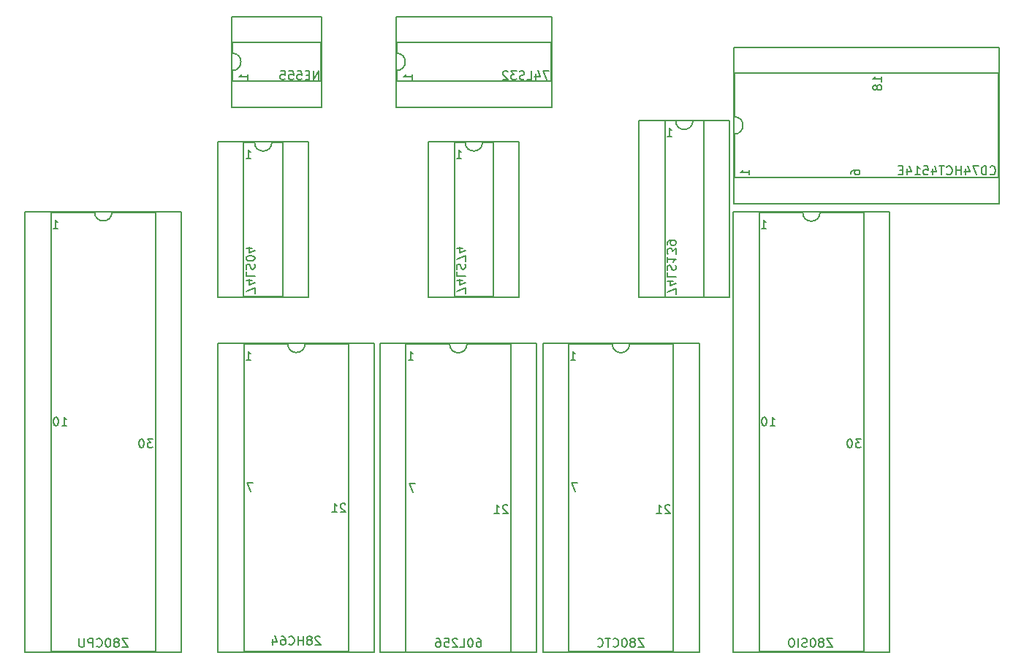
<source format=gbr>
%TF.GenerationSoftware,KiCad,Pcbnew,7.0.8*%
%TF.CreationDate,2023-10-15T11:42:58-04:00*%
%TF.ProjectId,jml-8-mini,6a6d6c2d-382d-46d6-996e-692e6b696361,rev?*%
%TF.SameCoordinates,Original*%
%TF.FileFunction,Legend,Bot*%
%TF.FilePolarity,Positive*%
%FSLAX46Y46*%
G04 Gerber Fmt 4.6, Leading zero omitted, Abs format (unit mm)*
G04 Created by KiCad (PCBNEW 7.0.8) date 2023-10-15 11:42:58*
%MOMM*%
%LPD*%
G01*
G04 APERTURE LIST*
%ADD10C,0.152400*%
G04 APERTURE END LIST*
D10*
X202051735Y-60564358D02*
X202051735Y-59983786D01*
X202051735Y-60274072D02*
X201035735Y-60274072D01*
X201035735Y-60274072D02*
X201180878Y-60177310D01*
X201180878Y-60177310D02*
X201277640Y-60080548D01*
X201277640Y-60080548D02*
X201326021Y-59983786D01*
X201471164Y-61144929D02*
X201422783Y-61048167D01*
X201422783Y-61048167D02*
X201374402Y-60999786D01*
X201374402Y-60999786D02*
X201277640Y-60951405D01*
X201277640Y-60951405D02*
X201229259Y-60951405D01*
X201229259Y-60951405D02*
X201132497Y-60999786D01*
X201132497Y-60999786D02*
X201084116Y-61048167D01*
X201084116Y-61048167D02*
X201035735Y-61144929D01*
X201035735Y-61144929D02*
X201035735Y-61338453D01*
X201035735Y-61338453D02*
X201084116Y-61435215D01*
X201084116Y-61435215D02*
X201132497Y-61483596D01*
X201132497Y-61483596D02*
X201229259Y-61531977D01*
X201229259Y-61531977D02*
X201277640Y-61531977D01*
X201277640Y-61531977D02*
X201374402Y-61483596D01*
X201374402Y-61483596D02*
X201422783Y-61435215D01*
X201422783Y-61435215D02*
X201471164Y-61338453D01*
X201471164Y-61338453D02*
X201471164Y-61144929D01*
X201471164Y-61144929D02*
X201519545Y-61048167D01*
X201519545Y-61048167D02*
X201567926Y-60999786D01*
X201567926Y-60999786D02*
X201664688Y-60951405D01*
X201664688Y-60951405D02*
X201858212Y-60951405D01*
X201858212Y-60951405D02*
X201954974Y-60999786D01*
X201954974Y-60999786D02*
X202003355Y-61048167D01*
X202003355Y-61048167D02*
X202051735Y-61144929D01*
X202051735Y-61144929D02*
X202051735Y-61338453D01*
X202051735Y-61338453D02*
X202003355Y-61435215D01*
X202003355Y-61435215D02*
X201954974Y-61483596D01*
X201954974Y-61483596D02*
X201858212Y-61531977D01*
X201858212Y-61531977D02*
X201664688Y-61531977D01*
X201664688Y-61531977D02*
X201567926Y-61483596D01*
X201567926Y-61483596D02*
X201519545Y-61435215D01*
X201519545Y-61435215D02*
X201471164Y-61338453D01*
X153802264Y-85098594D02*
X153802264Y-84421260D01*
X153802264Y-84421260D02*
X152786264Y-84856689D01*
X153463597Y-83598784D02*
X152786264Y-83598784D01*
X153850645Y-83840689D02*
X153124930Y-84082594D01*
X153124930Y-84082594D02*
X153124930Y-83453641D01*
X152786264Y-82582784D02*
X152786264Y-83066594D01*
X152786264Y-83066594D02*
X153802264Y-83066594D01*
X152834645Y-82292499D02*
X152786264Y-82147356D01*
X152786264Y-82147356D02*
X152786264Y-81905451D01*
X152786264Y-81905451D02*
X152834645Y-81808689D01*
X152834645Y-81808689D02*
X152883025Y-81760308D01*
X152883025Y-81760308D02*
X152979787Y-81711927D01*
X152979787Y-81711927D02*
X153076549Y-81711927D01*
X153076549Y-81711927D02*
X153173311Y-81760308D01*
X153173311Y-81760308D02*
X153221692Y-81808689D01*
X153221692Y-81808689D02*
X153270073Y-81905451D01*
X153270073Y-81905451D02*
X153318454Y-82098975D01*
X153318454Y-82098975D02*
X153366835Y-82195737D01*
X153366835Y-82195737D02*
X153415216Y-82244118D01*
X153415216Y-82244118D02*
X153511978Y-82292499D01*
X153511978Y-82292499D02*
X153608740Y-82292499D01*
X153608740Y-82292499D02*
X153705502Y-82244118D01*
X153705502Y-82244118D02*
X153753883Y-82195737D01*
X153753883Y-82195737D02*
X153802264Y-82098975D01*
X153802264Y-82098975D02*
X153802264Y-81857070D01*
X153802264Y-81857070D02*
X153753883Y-81711927D01*
X153802264Y-81373261D02*
X153802264Y-80695927D01*
X153802264Y-80695927D02*
X152786264Y-81131356D01*
X153463597Y-79873451D02*
X152786264Y-79873451D01*
X153850645Y-80115356D02*
X153124930Y-80357261D01*
X153124930Y-80357261D02*
X153124930Y-79728308D01*
X136993213Y-124932497D02*
X136944832Y-124884116D01*
X136944832Y-124884116D02*
X136848070Y-124835735D01*
X136848070Y-124835735D02*
X136606165Y-124835735D01*
X136606165Y-124835735D02*
X136509403Y-124884116D01*
X136509403Y-124884116D02*
X136461022Y-124932497D01*
X136461022Y-124932497D02*
X136412641Y-125029259D01*
X136412641Y-125029259D02*
X136412641Y-125126021D01*
X136412641Y-125126021D02*
X136461022Y-125271164D01*
X136461022Y-125271164D02*
X137041594Y-125851735D01*
X137041594Y-125851735D02*
X136412641Y-125851735D01*
X135832070Y-125271164D02*
X135928832Y-125222783D01*
X135928832Y-125222783D02*
X135977213Y-125174402D01*
X135977213Y-125174402D02*
X136025594Y-125077640D01*
X136025594Y-125077640D02*
X136025594Y-125029259D01*
X136025594Y-125029259D02*
X135977213Y-124932497D01*
X135977213Y-124932497D02*
X135928832Y-124884116D01*
X135928832Y-124884116D02*
X135832070Y-124835735D01*
X135832070Y-124835735D02*
X135638546Y-124835735D01*
X135638546Y-124835735D02*
X135541784Y-124884116D01*
X135541784Y-124884116D02*
X135493403Y-124932497D01*
X135493403Y-124932497D02*
X135445022Y-125029259D01*
X135445022Y-125029259D02*
X135445022Y-125077640D01*
X135445022Y-125077640D02*
X135493403Y-125174402D01*
X135493403Y-125174402D02*
X135541784Y-125222783D01*
X135541784Y-125222783D02*
X135638546Y-125271164D01*
X135638546Y-125271164D02*
X135832070Y-125271164D01*
X135832070Y-125271164D02*
X135928832Y-125319545D01*
X135928832Y-125319545D02*
X135977213Y-125367926D01*
X135977213Y-125367926D02*
X136025594Y-125464688D01*
X136025594Y-125464688D02*
X136025594Y-125658212D01*
X136025594Y-125658212D02*
X135977213Y-125754974D01*
X135977213Y-125754974D02*
X135928832Y-125803355D01*
X135928832Y-125803355D02*
X135832070Y-125851735D01*
X135832070Y-125851735D02*
X135638546Y-125851735D01*
X135638546Y-125851735D02*
X135541784Y-125803355D01*
X135541784Y-125803355D02*
X135493403Y-125754974D01*
X135493403Y-125754974D02*
X135445022Y-125658212D01*
X135445022Y-125658212D02*
X135445022Y-125464688D01*
X135445022Y-125464688D02*
X135493403Y-125367926D01*
X135493403Y-125367926D02*
X135541784Y-125319545D01*
X135541784Y-125319545D02*
X135638546Y-125271164D01*
X135009594Y-125851735D02*
X135009594Y-124835735D01*
X135009594Y-125319545D02*
X134429022Y-125319545D01*
X134429022Y-125851735D02*
X134429022Y-124835735D01*
X133364641Y-125754974D02*
X133413022Y-125803355D01*
X133413022Y-125803355D02*
X133558165Y-125851735D01*
X133558165Y-125851735D02*
X133654927Y-125851735D01*
X133654927Y-125851735D02*
X133800070Y-125803355D01*
X133800070Y-125803355D02*
X133896832Y-125706593D01*
X133896832Y-125706593D02*
X133945213Y-125609831D01*
X133945213Y-125609831D02*
X133993594Y-125416307D01*
X133993594Y-125416307D02*
X133993594Y-125271164D01*
X133993594Y-125271164D02*
X133945213Y-125077640D01*
X133945213Y-125077640D02*
X133896832Y-124980878D01*
X133896832Y-124980878D02*
X133800070Y-124884116D01*
X133800070Y-124884116D02*
X133654927Y-124835735D01*
X133654927Y-124835735D02*
X133558165Y-124835735D01*
X133558165Y-124835735D02*
X133413022Y-124884116D01*
X133413022Y-124884116D02*
X133364641Y-124932497D01*
X132493784Y-124835735D02*
X132687308Y-124835735D01*
X132687308Y-124835735D02*
X132784070Y-124884116D01*
X132784070Y-124884116D02*
X132832451Y-124932497D01*
X132832451Y-124932497D02*
X132929213Y-125077640D01*
X132929213Y-125077640D02*
X132977594Y-125271164D01*
X132977594Y-125271164D02*
X132977594Y-125658212D01*
X132977594Y-125658212D02*
X132929213Y-125754974D01*
X132929213Y-125754974D02*
X132880832Y-125803355D01*
X132880832Y-125803355D02*
X132784070Y-125851735D01*
X132784070Y-125851735D02*
X132590546Y-125851735D01*
X132590546Y-125851735D02*
X132493784Y-125803355D01*
X132493784Y-125803355D02*
X132445403Y-125754974D01*
X132445403Y-125754974D02*
X132397022Y-125658212D01*
X132397022Y-125658212D02*
X132397022Y-125416307D01*
X132397022Y-125416307D02*
X132445403Y-125319545D01*
X132445403Y-125319545D02*
X132493784Y-125271164D01*
X132493784Y-125271164D02*
X132590546Y-125222783D01*
X132590546Y-125222783D02*
X132784070Y-125222783D01*
X132784070Y-125222783D02*
X132880832Y-125271164D01*
X132880832Y-125271164D02*
X132929213Y-125319545D01*
X132929213Y-125319545D02*
X132977594Y-125416307D01*
X131526165Y-125174402D02*
X131526165Y-125851735D01*
X131768070Y-124787355D02*
X132009975Y-125513069D01*
X132009975Y-125513069D02*
X131381022Y-125513069D01*
X178186264Y-85225594D02*
X178186264Y-84548260D01*
X178186264Y-84548260D02*
X177170264Y-84983689D01*
X177847597Y-83725784D02*
X177170264Y-83725784D01*
X178234645Y-83967689D02*
X177508930Y-84209594D01*
X177508930Y-84209594D02*
X177508930Y-83580641D01*
X177170264Y-82709784D02*
X177170264Y-83193594D01*
X177170264Y-83193594D02*
X178186264Y-83193594D01*
X177218645Y-82419499D02*
X177170264Y-82274356D01*
X177170264Y-82274356D02*
X177170264Y-82032451D01*
X177170264Y-82032451D02*
X177218645Y-81935689D01*
X177218645Y-81935689D02*
X177267025Y-81887308D01*
X177267025Y-81887308D02*
X177363787Y-81838927D01*
X177363787Y-81838927D02*
X177460549Y-81838927D01*
X177460549Y-81838927D02*
X177557311Y-81887308D01*
X177557311Y-81887308D02*
X177605692Y-81935689D01*
X177605692Y-81935689D02*
X177654073Y-82032451D01*
X177654073Y-82032451D02*
X177702454Y-82225975D01*
X177702454Y-82225975D02*
X177750835Y-82322737D01*
X177750835Y-82322737D02*
X177799216Y-82371118D01*
X177799216Y-82371118D02*
X177895978Y-82419499D01*
X177895978Y-82419499D02*
X177992740Y-82419499D01*
X177992740Y-82419499D02*
X178089502Y-82371118D01*
X178089502Y-82371118D02*
X178137883Y-82322737D01*
X178137883Y-82322737D02*
X178186264Y-82225975D01*
X178186264Y-82225975D02*
X178186264Y-81984070D01*
X178186264Y-81984070D02*
X178137883Y-81838927D01*
X177170264Y-80871308D02*
X177170264Y-81451880D01*
X177170264Y-81161594D02*
X178186264Y-81161594D01*
X178186264Y-81161594D02*
X178041121Y-81258356D01*
X178041121Y-81258356D02*
X177944359Y-81355118D01*
X177944359Y-81355118D02*
X177895978Y-81451880D01*
X178186264Y-80532642D02*
X178186264Y-79903689D01*
X178186264Y-79903689D02*
X177799216Y-80242356D01*
X177799216Y-80242356D02*
X177799216Y-80097213D01*
X177799216Y-80097213D02*
X177750835Y-80000451D01*
X177750835Y-80000451D02*
X177702454Y-79952070D01*
X177702454Y-79952070D02*
X177605692Y-79903689D01*
X177605692Y-79903689D02*
X177363787Y-79903689D01*
X177363787Y-79903689D02*
X177267025Y-79952070D01*
X177267025Y-79952070D02*
X177218645Y-80000451D01*
X177218645Y-80000451D02*
X177170264Y-80097213D01*
X177170264Y-80097213D02*
X177170264Y-80387499D01*
X177170264Y-80387499D02*
X177218645Y-80484261D01*
X177218645Y-80484261D02*
X177267025Y-80532642D01*
X177170264Y-79419880D02*
X177170264Y-79226356D01*
X177170264Y-79226356D02*
X177218645Y-79129594D01*
X177218645Y-79129594D02*
X177267025Y-79081213D01*
X177267025Y-79081213D02*
X177412168Y-78984451D01*
X177412168Y-78984451D02*
X177605692Y-78936070D01*
X177605692Y-78936070D02*
X177992740Y-78936070D01*
X177992740Y-78936070D02*
X178089502Y-78984451D01*
X178089502Y-78984451D02*
X178137883Y-79032832D01*
X178137883Y-79032832D02*
X178186264Y-79129594D01*
X178186264Y-79129594D02*
X178186264Y-79323118D01*
X178186264Y-79323118D02*
X178137883Y-79419880D01*
X178137883Y-79419880D02*
X178089502Y-79468261D01*
X178089502Y-79468261D02*
X177992740Y-79516642D01*
X177992740Y-79516642D02*
X177750835Y-79516642D01*
X177750835Y-79516642D02*
X177654073Y-79468261D01*
X177654073Y-79468261D02*
X177605692Y-79419880D01*
X177605692Y-79419880D02*
X177557311Y-79323118D01*
X177557311Y-79323118D02*
X177557311Y-79129594D01*
X177557311Y-79129594D02*
X177605692Y-79032832D01*
X177605692Y-79032832D02*
X177654073Y-78984451D01*
X177654073Y-78984451D02*
X177750835Y-78936070D01*
X214596260Y-71271974D02*
X214644641Y-71320355D01*
X214644641Y-71320355D02*
X214789784Y-71368735D01*
X214789784Y-71368735D02*
X214886546Y-71368735D01*
X214886546Y-71368735D02*
X215031689Y-71320355D01*
X215031689Y-71320355D02*
X215128451Y-71223593D01*
X215128451Y-71223593D02*
X215176832Y-71126831D01*
X215176832Y-71126831D02*
X215225213Y-70933307D01*
X215225213Y-70933307D02*
X215225213Y-70788164D01*
X215225213Y-70788164D02*
X215176832Y-70594640D01*
X215176832Y-70594640D02*
X215128451Y-70497878D01*
X215128451Y-70497878D02*
X215031689Y-70401116D01*
X215031689Y-70401116D02*
X214886546Y-70352735D01*
X214886546Y-70352735D02*
X214789784Y-70352735D01*
X214789784Y-70352735D02*
X214644641Y-70401116D01*
X214644641Y-70401116D02*
X214596260Y-70449497D01*
X214160832Y-71368735D02*
X214160832Y-70352735D01*
X214160832Y-70352735D02*
X213918927Y-70352735D01*
X213918927Y-70352735D02*
X213773784Y-70401116D01*
X213773784Y-70401116D02*
X213677022Y-70497878D01*
X213677022Y-70497878D02*
X213628641Y-70594640D01*
X213628641Y-70594640D02*
X213580260Y-70788164D01*
X213580260Y-70788164D02*
X213580260Y-70933307D01*
X213580260Y-70933307D02*
X213628641Y-71126831D01*
X213628641Y-71126831D02*
X213677022Y-71223593D01*
X213677022Y-71223593D02*
X213773784Y-71320355D01*
X213773784Y-71320355D02*
X213918927Y-71368735D01*
X213918927Y-71368735D02*
X214160832Y-71368735D01*
X213241594Y-70352735D02*
X212564260Y-70352735D01*
X212564260Y-70352735D02*
X212999689Y-71368735D01*
X211741784Y-70691402D02*
X211741784Y-71368735D01*
X211983689Y-70304355D02*
X212225594Y-71030069D01*
X212225594Y-71030069D02*
X211596641Y-71030069D01*
X211209594Y-71368735D02*
X211209594Y-70352735D01*
X211209594Y-70836545D02*
X210629022Y-70836545D01*
X210629022Y-71368735D02*
X210629022Y-70352735D01*
X209564641Y-71271974D02*
X209613022Y-71320355D01*
X209613022Y-71320355D02*
X209758165Y-71368735D01*
X209758165Y-71368735D02*
X209854927Y-71368735D01*
X209854927Y-71368735D02*
X210000070Y-71320355D01*
X210000070Y-71320355D02*
X210096832Y-71223593D01*
X210096832Y-71223593D02*
X210145213Y-71126831D01*
X210145213Y-71126831D02*
X210193594Y-70933307D01*
X210193594Y-70933307D02*
X210193594Y-70788164D01*
X210193594Y-70788164D02*
X210145213Y-70594640D01*
X210145213Y-70594640D02*
X210096832Y-70497878D01*
X210096832Y-70497878D02*
X210000070Y-70401116D01*
X210000070Y-70401116D02*
X209854927Y-70352735D01*
X209854927Y-70352735D02*
X209758165Y-70352735D01*
X209758165Y-70352735D02*
X209613022Y-70401116D01*
X209613022Y-70401116D02*
X209564641Y-70449497D01*
X209274356Y-70352735D02*
X208693784Y-70352735D01*
X208984070Y-71368735D02*
X208984070Y-70352735D01*
X207919689Y-70691402D02*
X207919689Y-71368735D01*
X208161594Y-70304355D02*
X208403499Y-71030069D01*
X208403499Y-71030069D02*
X207774546Y-71030069D01*
X206903689Y-70352735D02*
X207387499Y-70352735D01*
X207387499Y-70352735D02*
X207435880Y-70836545D01*
X207435880Y-70836545D02*
X207387499Y-70788164D01*
X207387499Y-70788164D02*
X207290737Y-70739783D01*
X207290737Y-70739783D02*
X207048832Y-70739783D01*
X207048832Y-70739783D02*
X206952070Y-70788164D01*
X206952070Y-70788164D02*
X206903689Y-70836545D01*
X206903689Y-70836545D02*
X206855308Y-70933307D01*
X206855308Y-70933307D02*
X206855308Y-71175212D01*
X206855308Y-71175212D02*
X206903689Y-71271974D01*
X206903689Y-71271974D02*
X206952070Y-71320355D01*
X206952070Y-71320355D02*
X207048832Y-71368735D01*
X207048832Y-71368735D02*
X207290737Y-71368735D01*
X207290737Y-71368735D02*
X207387499Y-71320355D01*
X207387499Y-71320355D02*
X207435880Y-71271974D01*
X205887689Y-71368735D02*
X206468261Y-71368735D01*
X206177975Y-71368735D02*
X206177975Y-70352735D01*
X206177975Y-70352735D02*
X206274737Y-70497878D01*
X206274737Y-70497878D02*
X206371499Y-70594640D01*
X206371499Y-70594640D02*
X206468261Y-70643021D01*
X205016832Y-70691402D02*
X205016832Y-71368735D01*
X205258737Y-70304355D02*
X205500642Y-71030069D01*
X205500642Y-71030069D02*
X204871689Y-71030069D01*
X204484642Y-70836545D02*
X204145975Y-70836545D01*
X204000832Y-71368735D02*
X204484642Y-71368735D01*
X204484642Y-71368735D02*
X204484642Y-70352735D01*
X204484642Y-70352735D02*
X204000832Y-70352735D01*
X128645735Y-60310358D02*
X128645735Y-59729786D01*
X128645735Y-60020072D02*
X127629735Y-60020072D01*
X127629735Y-60020072D02*
X127774878Y-59923310D01*
X127774878Y-59923310D02*
X127871640Y-59826548D01*
X127871640Y-59826548D02*
X127920021Y-59729786D01*
X158710213Y-109692497D02*
X158661832Y-109644116D01*
X158661832Y-109644116D02*
X158565070Y-109595735D01*
X158565070Y-109595735D02*
X158323165Y-109595735D01*
X158323165Y-109595735D02*
X158226403Y-109644116D01*
X158226403Y-109644116D02*
X158178022Y-109692497D01*
X158178022Y-109692497D02*
X158129641Y-109789259D01*
X158129641Y-109789259D02*
X158129641Y-109886021D01*
X158129641Y-109886021D02*
X158178022Y-110031164D01*
X158178022Y-110031164D02*
X158758594Y-110611735D01*
X158758594Y-110611735D02*
X158129641Y-110611735D01*
X157162022Y-110611735D02*
X157742594Y-110611735D01*
X157452308Y-110611735D02*
X157452308Y-109595735D01*
X157452308Y-109595735D02*
X157549070Y-109740878D01*
X157549070Y-109740878D02*
X157645832Y-109837640D01*
X157645832Y-109837640D02*
X157742594Y-109886021D01*
X188101641Y-77591735D02*
X188682213Y-77591735D01*
X188391927Y-77591735D02*
X188391927Y-76575735D01*
X188391927Y-76575735D02*
X188488689Y-76720878D01*
X188488689Y-76720878D02*
X188585451Y-76817640D01*
X188585451Y-76817640D02*
X188682213Y-76866021D01*
X177506213Y-109692497D02*
X177457832Y-109644116D01*
X177457832Y-109644116D02*
X177361070Y-109595735D01*
X177361070Y-109595735D02*
X177119165Y-109595735D01*
X177119165Y-109595735D02*
X177022403Y-109644116D01*
X177022403Y-109644116D02*
X176974022Y-109692497D01*
X176974022Y-109692497D02*
X176925641Y-109789259D01*
X176925641Y-109789259D02*
X176925641Y-109886021D01*
X176925641Y-109886021D02*
X176974022Y-110031164D01*
X176974022Y-110031164D02*
X177554594Y-110611735D01*
X177554594Y-110611735D02*
X176925641Y-110611735D01*
X175958022Y-110611735D02*
X176538594Y-110611735D01*
X176248308Y-110611735D02*
X176248308Y-109595735D01*
X176248308Y-109595735D02*
X176345070Y-109740878D01*
X176345070Y-109740878D02*
X176441832Y-109837640D01*
X176441832Y-109837640D02*
X176538594Y-109886021D01*
X147207641Y-92831735D02*
X147788213Y-92831735D01*
X147497927Y-92831735D02*
X147497927Y-91815735D01*
X147497927Y-91815735D02*
X147594689Y-91960878D01*
X147594689Y-91960878D02*
X147691451Y-92057640D01*
X147691451Y-92057640D02*
X147788213Y-92106021D01*
X177179641Y-66923735D02*
X177760213Y-66923735D01*
X177469927Y-66923735D02*
X177469927Y-65907735D01*
X177469927Y-65907735D02*
X177566689Y-66052878D01*
X177566689Y-66052878D02*
X177663451Y-66149640D01*
X177663451Y-66149640D02*
X177760213Y-66198021D01*
X152795641Y-69463735D02*
X153376213Y-69463735D01*
X153085927Y-69463735D02*
X153085927Y-68447735D01*
X153085927Y-68447735D02*
X153182689Y-68592878D01*
X153182689Y-68592878D02*
X153279451Y-68689640D01*
X153279451Y-68689640D02*
X153376213Y-68738021D01*
X117610594Y-101975735D02*
X116981641Y-101975735D01*
X116981641Y-101975735D02*
X117320308Y-102362783D01*
X117320308Y-102362783D02*
X117175165Y-102362783D01*
X117175165Y-102362783D02*
X117078403Y-102411164D01*
X117078403Y-102411164D02*
X117030022Y-102459545D01*
X117030022Y-102459545D02*
X116981641Y-102556307D01*
X116981641Y-102556307D02*
X116981641Y-102798212D01*
X116981641Y-102798212D02*
X117030022Y-102894974D01*
X117030022Y-102894974D02*
X117078403Y-102943355D01*
X117078403Y-102943355D02*
X117175165Y-102991735D01*
X117175165Y-102991735D02*
X117465451Y-102991735D01*
X117465451Y-102991735D02*
X117562213Y-102943355D01*
X117562213Y-102943355D02*
X117610594Y-102894974D01*
X116352689Y-101975735D02*
X116255927Y-101975735D01*
X116255927Y-101975735D02*
X116159165Y-102024116D01*
X116159165Y-102024116D02*
X116110784Y-102072497D01*
X116110784Y-102072497D02*
X116062403Y-102169259D01*
X116062403Y-102169259D02*
X116014022Y-102362783D01*
X116014022Y-102362783D02*
X116014022Y-102604688D01*
X116014022Y-102604688D02*
X116062403Y-102798212D01*
X116062403Y-102798212D02*
X116110784Y-102894974D01*
X116110784Y-102894974D02*
X116159165Y-102943355D01*
X116159165Y-102943355D02*
X116255927Y-102991735D01*
X116255927Y-102991735D02*
X116352689Y-102991735D01*
X116352689Y-102991735D02*
X116449451Y-102943355D01*
X116449451Y-102943355D02*
X116497832Y-102894974D01*
X116497832Y-102894974D02*
X116546213Y-102798212D01*
X116546213Y-102798212D02*
X116594594Y-102604688D01*
X116594594Y-102604688D02*
X116594594Y-102362783D01*
X116594594Y-102362783D02*
X116546213Y-102169259D01*
X116546213Y-102169259D02*
X116497832Y-102072497D01*
X116497832Y-102072497D02*
X116449451Y-102024116D01*
X116449451Y-102024116D02*
X116352689Y-101975735D01*
X147695735Y-60310358D02*
X147695735Y-59729786D01*
X147695735Y-60020072D02*
X146679735Y-60020072D01*
X146679735Y-60020072D02*
X146824878Y-59923310D01*
X146824878Y-59923310D02*
X146921640Y-59826548D01*
X146921640Y-59826548D02*
X146970021Y-59729786D01*
X198495735Y-71262596D02*
X198495735Y-71069072D01*
X198495735Y-71069072D02*
X198544116Y-70972310D01*
X198544116Y-70972310D02*
X198592497Y-70923929D01*
X198592497Y-70923929D02*
X198737640Y-70827167D01*
X198737640Y-70827167D02*
X198931164Y-70778786D01*
X198931164Y-70778786D02*
X199318212Y-70778786D01*
X199318212Y-70778786D02*
X199414974Y-70827167D01*
X199414974Y-70827167D02*
X199463355Y-70875548D01*
X199463355Y-70875548D02*
X199511735Y-70972310D01*
X199511735Y-70972310D02*
X199511735Y-71165834D01*
X199511735Y-71165834D02*
X199463355Y-71262596D01*
X199463355Y-71262596D02*
X199414974Y-71310977D01*
X199414974Y-71310977D02*
X199318212Y-71359358D01*
X199318212Y-71359358D02*
X199076307Y-71359358D01*
X199076307Y-71359358D02*
X198979545Y-71310977D01*
X198979545Y-71310977D02*
X198931164Y-71262596D01*
X198931164Y-71262596D02*
X198882783Y-71165834D01*
X198882783Y-71165834D02*
X198882783Y-70972310D01*
X198882783Y-70972310D02*
X198931164Y-70875548D01*
X198931164Y-70875548D02*
X198979545Y-70827167D01*
X198979545Y-70827167D02*
X199076307Y-70778786D01*
X107075641Y-100451735D02*
X107656213Y-100451735D01*
X107365927Y-100451735D02*
X107365927Y-99435735D01*
X107365927Y-99435735D02*
X107462689Y-99580878D01*
X107462689Y-99580878D02*
X107559451Y-99677640D01*
X107559451Y-99677640D02*
X107656213Y-99726021D01*
X106446689Y-99435735D02*
X106349927Y-99435735D01*
X106349927Y-99435735D02*
X106253165Y-99484116D01*
X106253165Y-99484116D02*
X106204784Y-99532497D01*
X106204784Y-99532497D02*
X106156403Y-99629259D01*
X106156403Y-99629259D02*
X106108022Y-99822783D01*
X106108022Y-99822783D02*
X106108022Y-100064688D01*
X106108022Y-100064688D02*
X106156403Y-100258212D01*
X106156403Y-100258212D02*
X106204784Y-100354974D01*
X106204784Y-100354974D02*
X106253165Y-100403355D01*
X106253165Y-100403355D02*
X106349927Y-100451735D01*
X106349927Y-100451735D02*
X106446689Y-100451735D01*
X106446689Y-100451735D02*
X106543451Y-100403355D01*
X106543451Y-100403355D02*
X106591832Y-100354974D01*
X106591832Y-100354974D02*
X106640213Y-100258212D01*
X106640213Y-100258212D02*
X106688594Y-100064688D01*
X106688594Y-100064688D02*
X106688594Y-99822783D01*
X106688594Y-99822783D02*
X106640213Y-99629259D01*
X106640213Y-99629259D02*
X106591832Y-99532497D01*
X106591832Y-99532497D02*
X106543451Y-99484116D01*
X106543451Y-99484116D02*
X106446689Y-99435735D01*
X128411641Y-92831735D02*
X128992213Y-92831735D01*
X128701927Y-92831735D02*
X128701927Y-91815735D01*
X128701927Y-91815735D02*
X128798689Y-91960878D01*
X128798689Y-91960878D02*
X128895451Y-92057640D01*
X128895451Y-92057640D02*
X128992213Y-92106021D01*
X199652594Y-101975735D02*
X199023641Y-101975735D01*
X199023641Y-101975735D02*
X199362308Y-102362783D01*
X199362308Y-102362783D02*
X199217165Y-102362783D01*
X199217165Y-102362783D02*
X199120403Y-102411164D01*
X199120403Y-102411164D02*
X199072022Y-102459545D01*
X199072022Y-102459545D02*
X199023641Y-102556307D01*
X199023641Y-102556307D02*
X199023641Y-102798212D01*
X199023641Y-102798212D02*
X199072022Y-102894974D01*
X199072022Y-102894974D02*
X199120403Y-102943355D01*
X199120403Y-102943355D02*
X199217165Y-102991735D01*
X199217165Y-102991735D02*
X199507451Y-102991735D01*
X199507451Y-102991735D02*
X199604213Y-102943355D01*
X199604213Y-102943355D02*
X199652594Y-102894974D01*
X198394689Y-101975735D02*
X198297927Y-101975735D01*
X198297927Y-101975735D02*
X198201165Y-102024116D01*
X198201165Y-102024116D02*
X198152784Y-102072497D01*
X198152784Y-102072497D02*
X198104403Y-102169259D01*
X198104403Y-102169259D02*
X198056022Y-102362783D01*
X198056022Y-102362783D02*
X198056022Y-102604688D01*
X198056022Y-102604688D02*
X198104403Y-102798212D01*
X198104403Y-102798212D02*
X198152784Y-102894974D01*
X198152784Y-102894974D02*
X198201165Y-102943355D01*
X198201165Y-102943355D02*
X198297927Y-102991735D01*
X198297927Y-102991735D02*
X198394689Y-102991735D01*
X198394689Y-102991735D02*
X198491451Y-102943355D01*
X198491451Y-102943355D02*
X198539832Y-102894974D01*
X198539832Y-102894974D02*
X198588213Y-102798212D01*
X198588213Y-102798212D02*
X198636594Y-102604688D01*
X198636594Y-102604688D02*
X198636594Y-102362783D01*
X198636594Y-102362783D02*
X198588213Y-102169259D01*
X198588213Y-102169259D02*
X198539832Y-102072497D01*
X198539832Y-102072497D02*
X198491451Y-102024116D01*
X198491451Y-102024116D02*
X198394689Y-101975735D01*
X114689594Y-125089735D02*
X114012260Y-125089735D01*
X114012260Y-125089735D02*
X114689594Y-126105735D01*
X114689594Y-126105735D02*
X114012260Y-126105735D01*
X113480070Y-125525164D02*
X113576832Y-125476783D01*
X113576832Y-125476783D02*
X113625213Y-125428402D01*
X113625213Y-125428402D02*
X113673594Y-125331640D01*
X113673594Y-125331640D02*
X113673594Y-125283259D01*
X113673594Y-125283259D02*
X113625213Y-125186497D01*
X113625213Y-125186497D02*
X113576832Y-125138116D01*
X113576832Y-125138116D02*
X113480070Y-125089735D01*
X113480070Y-125089735D02*
X113286546Y-125089735D01*
X113286546Y-125089735D02*
X113189784Y-125138116D01*
X113189784Y-125138116D02*
X113141403Y-125186497D01*
X113141403Y-125186497D02*
X113093022Y-125283259D01*
X113093022Y-125283259D02*
X113093022Y-125331640D01*
X113093022Y-125331640D02*
X113141403Y-125428402D01*
X113141403Y-125428402D02*
X113189784Y-125476783D01*
X113189784Y-125476783D02*
X113286546Y-125525164D01*
X113286546Y-125525164D02*
X113480070Y-125525164D01*
X113480070Y-125525164D02*
X113576832Y-125573545D01*
X113576832Y-125573545D02*
X113625213Y-125621926D01*
X113625213Y-125621926D02*
X113673594Y-125718688D01*
X113673594Y-125718688D02*
X113673594Y-125912212D01*
X113673594Y-125912212D02*
X113625213Y-126008974D01*
X113625213Y-126008974D02*
X113576832Y-126057355D01*
X113576832Y-126057355D02*
X113480070Y-126105735D01*
X113480070Y-126105735D02*
X113286546Y-126105735D01*
X113286546Y-126105735D02*
X113189784Y-126057355D01*
X113189784Y-126057355D02*
X113141403Y-126008974D01*
X113141403Y-126008974D02*
X113093022Y-125912212D01*
X113093022Y-125912212D02*
X113093022Y-125718688D01*
X113093022Y-125718688D02*
X113141403Y-125621926D01*
X113141403Y-125621926D02*
X113189784Y-125573545D01*
X113189784Y-125573545D02*
X113286546Y-125525164D01*
X112464070Y-125089735D02*
X112367308Y-125089735D01*
X112367308Y-125089735D02*
X112270546Y-125138116D01*
X112270546Y-125138116D02*
X112222165Y-125186497D01*
X112222165Y-125186497D02*
X112173784Y-125283259D01*
X112173784Y-125283259D02*
X112125403Y-125476783D01*
X112125403Y-125476783D02*
X112125403Y-125718688D01*
X112125403Y-125718688D02*
X112173784Y-125912212D01*
X112173784Y-125912212D02*
X112222165Y-126008974D01*
X112222165Y-126008974D02*
X112270546Y-126057355D01*
X112270546Y-126057355D02*
X112367308Y-126105735D01*
X112367308Y-126105735D02*
X112464070Y-126105735D01*
X112464070Y-126105735D02*
X112560832Y-126057355D01*
X112560832Y-126057355D02*
X112609213Y-126008974D01*
X112609213Y-126008974D02*
X112657594Y-125912212D01*
X112657594Y-125912212D02*
X112705975Y-125718688D01*
X112705975Y-125718688D02*
X112705975Y-125476783D01*
X112705975Y-125476783D02*
X112657594Y-125283259D01*
X112657594Y-125283259D02*
X112609213Y-125186497D01*
X112609213Y-125186497D02*
X112560832Y-125138116D01*
X112560832Y-125138116D02*
X112464070Y-125089735D01*
X111109403Y-126008974D02*
X111157784Y-126057355D01*
X111157784Y-126057355D02*
X111302927Y-126105735D01*
X111302927Y-126105735D02*
X111399689Y-126105735D01*
X111399689Y-126105735D02*
X111544832Y-126057355D01*
X111544832Y-126057355D02*
X111641594Y-125960593D01*
X111641594Y-125960593D02*
X111689975Y-125863831D01*
X111689975Y-125863831D02*
X111738356Y-125670307D01*
X111738356Y-125670307D02*
X111738356Y-125525164D01*
X111738356Y-125525164D02*
X111689975Y-125331640D01*
X111689975Y-125331640D02*
X111641594Y-125234878D01*
X111641594Y-125234878D02*
X111544832Y-125138116D01*
X111544832Y-125138116D02*
X111399689Y-125089735D01*
X111399689Y-125089735D02*
X111302927Y-125089735D01*
X111302927Y-125089735D02*
X111157784Y-125138116D01*
X111157784Y-125138116D02*
X111109403Y-125186497D01*
X110673975Y-126105735D02*
X110673975Y-125089735D01*
X110673975Y-125089735D02*
X110286927Y-125089735D01*
X110286927Y-125089735D02*
X110190165Y-125138116D01*
X110190165Y-125138116D02*
X110141784Y-125186497D01*
X110141784Y-125186497D02*
X110093403Y-125283259D01*
X110093403Y-125283259D02*
X110093403Y-125428402D01*
X110093403Y-125428402D02*
X110141784Y-125525164D01*
X110141784Y-125525164D02*
X110190165Y-125573545D01*
X110190165Y-125573545D02*
X110286927Y-125621926D01*
X110286927Y-125621926D02*
X110673975Y-125621926D01*
X109657975Y-125089735D02*
X109657975Y-125912212D01*
X109657975Y-125912212D02*
X109609594Y-126008974D01*
X109609594Y-126008974D02*
X109561213Y-126057355D01*
X109561213Y-126057355D02*
X109464451Y-126105735D01*
X109464451Y-126105735D02*
X109270927Y-126105735D01*
X109270927Y-126105735D02*
X109174165Y-126057355D01*
X109174165Y-126057355D02*
X109125784Y-126008974D01*
X109125784Y-126008974D02*
X109077403Y-125912212D01*
X109077403Y-125912212D02*
X109077403Y-125089735D01*
X196350594Y-125089735D02*
X195673260Y-125089735D01*
X195673260Y-125089735D02*
X196350594Y-126105735D01*
X196350594Y-126105735D02*
X195673260Y-126105735D01*
X195141070Y-125525164D02*
X195237832Y-125476783D01*
X195237832Y-125476783D02*
X195286213Y-125428402D01*
X195286213Y-125428402D02*
X195334594Y-125331640D01*
X195334594Y-125331640D02*
X195334594Y-125283259D01*
X195334594Y-125283259D02*
X195286213Y-125186497D01*
X195286213Y-125186497D02*
X195237832Y-125138116D01*
X195237832Y-125138116D02*
X195141070Y-125089735D01*
X195141070Y-125089735D02*
X194947546Y-125089735D01*
X194947546Y-125089735D02*
X194850784Y-125138116D01*
X194850784Y-125138116D02*
X194802403Y-125186497D01*
X194802403Y-125186497D02*
X194754022Y-125283259D01*
X194754022Y-125283259D02*
X194754022Y-125331640D01*
X194754022Y-125331640D02*
X194802403Y-125428402D01*
X194802403Y-125428402D02*
X194850784Y-125476783D01*
X194850784Y-125476783D02*
X194947546Y-125525164D01*
X194947546Y-125525164D02*
X195141070Y-125525164D01*
X195141070Y-125525164D02*
X195237832Y-125573545D01*
X195237832Y-125573545D02*
X195286213Y-125621926D01*
X195286213Y-125621926D02*
X195334594Y-125718688D01*
X195334594Y-125718688D02*
X195334594Y-125912212D01*
X195334594Y-125912212D02*
X195286213Y-126008974D01*
X195286213Y-126008974D02*
X195237832Y-126057355D01*
X195237832Y-126057355D02*
X195141070Y-126105735D01*
X195141070Y-126105735D02*
X194947546Y-126105735D01*
X194947546Y-126105735D02*
X194850784Y-126057355D01*
X194850784Y-126057355D02*
X194802403Y-126008974D01*
X194802403Y-126008974D02*
X194754022Y-125912212D01*
X194754022Y-125912212D02*
X194754022Y-125718688D01*
X194754022Y-125718688D02*
X194802403Y-125621926D01*
X194802403Y-125621926D02*
X194850784Y-125573545D01*
X194850784Y-125573545D02*
X194947546Y-125525164D01*
X194125070Y-125089735D02*
X194028308Y-125089735D01*
X194028308Y-125089735D02*
X193931546Y-125138116D01*
X193931546Y-125138116D02*
X193883165Y-125186497D01*
X193883165Y-125186497D02*
X193834784Y-125283259D01*
X193834784Y-125283259D02*
X193786403Y-125476783D01*
X193786403Y-125476783D02*
X193786403Y-125718688D01*
X193786403Y-125718688D02*
X193834784Y-125912212D01*
X193834784Y-125912212D02*
X193883165Y-126008974D01*
X193883165Y-126008974D02*
X193931546Y-126057355D01*
X193931546Y-126057355D02*
X194028308Y-126105735D01*
X194028308Y-126105735D02*
X194125070Y-126105735D01*
X194125070Y-126105735D02*
X194221832Y-126057355D01*
X194221832Y-126057355D02*
X194270213Y-126008974D01*
X194270213Y-126008974D02*
X194318594Y-125912212D01*
X194318594Y-125912212D02*
X194366975Y-125718688D01*
X194366975Y-125718688D02*
X194366975Y-125476783D01*
X194366975Y-125476783D02*
X194318594Y-125283259D01*
X194318594Y-125283259D02*
X194270213Y-125186497D01*
X194270213Y-125186497D02*
X194221832Y-125138116D01*
X194221832Y-125138116D02*
X194125070Y-125089735D01*
X193399356Y-126057355D02*
X193254213Y-126105735D01*
X193254213Y-126105735D02*
X193012308Y-126105735D01*
X193012308Y-126105735D02*
X192915546Y-126057355D01*
X192915546Y-126057355D02*
X192867165Y-126008974D01*
X192867165Y-126008974D02*
X192818784Y-125912212D01*
X192818784Y-125912212D02*
X192818784Y-125815450D01*
X192818784Y-125815450D02*
X192867165Y-125718688D01*
X192867165Y-125718688D02*
X192915546Y-125670307D01*
X192915546Y-125670307D02*
X193012308Y-125621926D01*
X193012308Y-125621926D02*
X193205832Y-125573545D01*
X193205832Y-125573545D02*
X193302594Y-125525164D01*
X193302594Y-125525164D02*
X193350975Y-125476783D01*
X193350975Y-125476783D02*
X193399356Y-125380021D01*
X193399356Y-125380021D02*
X193399356Y-125283259D01*
X193399356Y-125283259D02*
X193350975Y-125186497D01*
X193350975Y-125186497D02*
X193302594Y-125138116D01*
X193302594Y-125138116D02*
X193205832Y-125089735D01*
X193205832Y-125089735D02*
X192963927Y-125089735D01*
X192963927Y-125089735D02*
X192818784Y-125138116D01*
X192383356Y-126105735D02*
X192383356Y-125089735D01*
X191706022Y-125089735D02*
X191512498Y-125089735D01*
X191512498Y-125089735D02*
X191415736Y-125138116D01*
X191415736Y-125138116D02*
X191318974Y-125234878D01*
X191318974Y-125234878D02*
X191270593Y-125428402D01*
X191270593Y-125428402D02*
X191270593Y-125767069D01*
X191270593Y-125767069D02*
X191318974Y-125960593D01*
X191318974Y-125960593D02*
X191415736Y-126057355D01*
X191415736Y-126057355D02*
X191512498Y-126105735D01*
X191512498Y-126105735D02*
X191706022Y-126105735D01*
X191706022Y-126105735D02*
X191802784Y-126057355D01*
X191802784Y-126057355D02*
X191899546Y-125960593D01*
X191899546Y-125960593D02*
X191947927Y-125767069D01*
X191947927Y-125767069D02*
X191947927Y-125428402D01*
X191947927Y-125428402D02*
X191899546Y-125234878D01*
X191899546Y-125234878D02*
X191802784Y-125138116D01*
X191802784Y-125138116D02*
X191706022Y-125089735D01*
X129418264Y-85098594D02*
X129418264Y-84421260D01*
X129418264Y-84421260D02*
X128402264Y-84856689D01*
X129079597Y-83598784D02*
X128402264Y-83598784D01*
X129466645Y-83840689D02*
X128740930Y-84082594D01*
X128740930Y-84082594D02*
X128740930Y-83453641D01*
X128402264Y-82582784D02*
X128402264Y-83066594D01*
X128402264Y-83066594D02*
X129418264Y-83066594D01*
X128450645Y-82292499D02*
X128402264Y-82147356D01*
X128402264Y-82147356D02*
X128402264Y-81905451D01*
X128402264Y-81905451D02*
X128450645Y-81808689D01*
X128450645Y-81808689D02*
X128499025Y-81760308D01*
X128499025Y-81760308D02*
X128595787Y-81711927D01*
X128595787Y-81711927D02*
X128692549Y-81711927D01*
X128692549Y-81711927D02*
X128789311Y-81760308D01*
X128789311Y-81760308D02*
X128837692Y-81808689D01*
X128837692Y-81808689D02*
X128886073Y-81905451D01*
X128886073Y-81905451D02*
X128934454Y-82098975D01*
X128934454Y-82098975D02*
X128982835Y-82195737D01*
X128982835Y-82195737D02*
X129031216Y-82244118D01*
X129031216Y-82244118D02*
X129127978Y-82292499D01*
X129127978Y-82292499D02*
X129224740Y-82292499D01*
X129224740Y-82292499D02*
X129321502Y-82244118D01*
X129321502Y-82244118D02*
X129369883Y-82195737D01*
X129369883Y-82195737D02*
X129418264Y-82098975D01*
X129418264Y-82098975D02*
X129418264Y-81857070D01*
X129418264Y-81857070D02*
X129369883Y-81711927D01*
X129418264Y-81082975D02*
X129418264Y-80986213D01*
X129418264Y-80986213D02*
X129369883Y-80889451D01*
X129369883Y-80889451D02*
X129321502Y-80841070D01*
X129321502Y-80841070D02*
X129224740Y-80792689D01*
X129224740Y-80792689D02*
X129031216Y-80744308D01*
X129031216Y-80744308D02*
X128789311Y-80744308D01*
X128789311Y-80744308D02*
X128595787Y-80792689D01*
X128595787Y-80792689D02*
X128499025Y-80841070D01*
X128499025Y-80841070D02*
X128450645Y-80889451D01*
X128450645Y-80889451D02*
X128402264Y-80986213D01*
X128402264Y-80986213D02*
X128402264Y-81082975D01*
X128402264Y-81082975D02*
X128450645Y-81179737D01*
X128450645Y-81179737D02*
X128499025Y-81228118D01*
X128499025Y-81228118D02*
X128595787Y-81276499D01*
X128595787Y-81276499D02*
X128789311Y-81324880D01*
X128789311Y-81324880D02*
X129031216Y-81324880D01*
X129031216Y-81324880D02*
X129224740Y-81276499D01*
X129224740Y-81276499D02*
X129321502Y-81228118D01*
X129321502Y-81228118D02*
X129369883Y-81179737D01*
X129369883Y-81179737D02*
X129418264Y-81082975D01*
X129079597Y-79873451D02*
X128402264Y-79873451D01*
X129466645Y-80115356D02*
X128740930Y-80357261D01*
X128740930Y-80357261D02*
X128740930Y-79728308D01*
X174506594Y-125089735D02*
X173829260Y-125089735D01*
X173829260Y-125089735D02*
X174506594Y-126105735D01*
X174506594Y-126105735D02*
X173829260Y-126105735D01*
X173297070Y-125525164D02*
X173393832Y-125476783D01*
X173393832Y-125476783D02*
X173442213Y-125428402D01*
X173442213Y-125428402D02*
X173490594Y-125331640D01*
X173490594Y-125331640D02*
X173490594Y-125283259D01*
X173490594Y-125283259D02*
X173442213Y-125186497D01*
X173442213Y-125186497D02*
X173393832Y-125138116D01*
X173393832Y-125138116D02*
X173297070Y-125089735D01*
X173297070Y-125089735D02*
X173103546Y-125089735D01*
X173103546Y-125089735D02*
X173006784Y-125138116D01*
X173006784Y-125138116D02*
X172958403Y-125186497D01*
X172958403Y-125186497D02*
X172910022Y-125283259D01*
X172910022Y-125283259D02*
X172910022Y-125331640D01*
X172910022Y-125331640D02*
X172958403Y-125428402D01*
X172958403Y-125428402D02*
X173006784Y-125476783D01*
X173006784Y-125476783D02*
X173103546Y-125525164D01*
X173103546Y-125525164D02*
X173297070Y-125525164D01*
X173297070Y-125525164D02*
X173393832Y-125573545D01*
X173393832Y-125573545D02*
X173442213Y-125621926D01*
X173442213Y-125621926D02*
X173490594Y-125718688D01*
X173490594Y-125718688D02*
X173490594Y-125912212D01*
X173490594Y-125912212D02*
X173442213Y-126008974D01*
X173442213Y-126008974D02*
X173393832Y-126057355D01*
X173393832Y-126057355D02*
X173297070Y-126105735D01*
X173297070Y-126105735D02*
X173103546Y-126105735D01*
X173103546Y-126105735D02*
X173006784Y-126057355D01*
X173006784Y-126057355D02*
X172958403Y-126008974D01*
X172958403Y-126008974D02*
X172910022Y-125912212D01*
X172910022Y-125912212D02*
X172910022Y-125718688D01*
X172910022Y-125718688D02*
X172958403Y-125621926D01*
X172958403Y-125621926D02*
X173006784Y-125573545D01*
X173006784Y-125573545D02*
X173103546Y-125525164D01*
X172281070Y-125089735D02*
X172184308Y-125089735D01*
X172184308Y-125089735D02*
X172087546Y-125138116D01*
X172087546Y-125138116D02*
X172039165Y-125186497D01*
X172039165Y-125186497D02*
X171990784Y-125283259D01*
X171990784Y-125283259D02*
X171942403Y-125476783D01*
X171942403Y-125476783D02*
X171942403Y-125718688D01*
X171942403Y-125718688D02*
X171990784Y-125912212D01*
X171990784Y-125912212D02*
X172039165Y-126008974D01*
X172039165Y-126008974D02*
X172087546Y-126057355D01*
X172087546Y-126057355D02*
X172184308Y-126105735D01*
X172184308Y-126105735D02*
X172281070Y-126105735D01*
X172281070Y-126105735D02*
X172377832Y-126057355D01*
X172377832Y-126057355D02*
X172426213Y-126008974D01*
X172426213Y-126008974D02*
X172474594Y-125912212D01*
X172474594Y-125912212D02*
X172522975Y-125718688D01*
X172522975Y-125718688D02*
X172522975Y-125476783D01*
X172522975Y-125476783D02*
X172474594Y-125283259D01*
X172474594Y-125283259D02*
X172426213Y-125186497D01*
X172426213Y-125186497D02*
X172377832Y-125138116D01*
X172377832Y-125138116D02*
X172281070Y-125089735D01*
X170926403Y-126008974D02*
X170974784Y-126057355D01*
X170974784Y-126057355D02*
X171119927Y-126105735D01*
X171119927Y-126105735D02*
X171216689Y-126105735D01*
X171216689Y-126105735D02*
X171361832Y-126057355D01*
X171361832Y-126057355D02*
X171458594Y-125960593D01*
X171458594Y-125960593D02*
X171506975Y-125863831D01*
X171506975Y-125863831D02*
X171555356Y-125670307D01*
X171555356Y-125670307D02*
X171555356Y-125525164D01*
X171555356Y-125525164D02*
X171506975Y-125331640D01*
X171506975Y-125331640D02*
X171458594Y-125234878D01*
X171458594Y-125234878D02*
X171361832Y-125138116D01*
X171361832Y-125138116D02*
X171216689Y-125089735D01*
X171216689Y-125089735D02*
X171119927Y-125089735D01*
X171119927Y-125089735D02*
X170974784Y-125138116D01*
X170974784Y-125138116D02*
X170926403Y-125186497D01*
X170636118Y-125089735D02*
X170055546Y-125089735D01*
X170345832Y-126105735D02*
X170345832Y-125089735D01*
X169136308Y-126008974D02*
X169184689Y-126057355D01*
X169184689Y-126057355D02*
X169329832Y-126105735D01*
X169329832Y-126105735D02*
X169426594Y-126105735D01*
X169426594Y-126105735D02*
X169571737Y-126057355D01*
X169571737Y-126057355D02*
X169668499Y-125960593D01*
X169668499Y-125960593D02*
X169716880Y-125863831D01*
X169716880Y-125863831D02*
X169765261Y-125670307D01*
X169765261Y-125670307D02*
X169765261Y-125525164D01*
X169765261Y-125525164D02*
X169716880Y-125331640D01*
X169716880Y-125331640D02*
X169668499Y-125234878D01*
X169668499Y-125234878D02*
X169571737Y-125138116D01*
X169571737Y-125138116D02*
X169426594Y-125089735D01*
X169426594Y-125089735D02*
X169329832Y-125089735D01*
X169329832Y-125089735D02*
X169184689Y-125138116D01*
X169184689Y-125138116D02*
X169136308Y-125186497D01*
X155178403Y-125089735D02*
X155371927Y-125089735D01*
X155371927Y-125089735D02*
X155468689Y-125138116D01*
X155468689Y-125138116D02*
X155517070Y-125186497D01*
X155517070Y-125186497D02*
X155613832Y-125331640D01*
X155613832Y-125331640D02*
X155662213Y-125525164D01*
X155662213Y-125525164D02*
X155662213Y-125912212D01*
X155662213Y-125912212D02*
X155613832Y-126008974D01*
X155613832Y-126008974D02*
X155565451Y-126057355D01*
X155565451Y-126057355D02*
X155468689Y-126105735D01*
X155468689Y-126105735D02*
X155275165Y-126105735D01*
X155275165Y-126105735D02*
X155178403Y-126057355D01*
X155178403Y-126057355D02*
X155130022Y-126008974D01*
X155130022Y-126008974D02*
X155081641Y-125912212D01*
X155081641Y-125912212D02*
X155081641Y-125670307D01*
X155081641Y-125670307D02*
X155130022Y-125573545D01*
X155130022Y-125573545D02*
X155178403Y-125525164D01*
X155178403Y-125525164D02*
X155275165Y-125476783D01*
X155275165Y-125476783D02*
X155468689Y-125476783D01*
X155468689Y-125476783D02*
X155565451Y-125525164D01*
X155565451Y-125525164D02*
X155613832Y-125573545D01*
X155613832Y-125573545D02*
X155662213Y-125670307D01*
X154452689Y-125089735D02*
X154355927Y-125089735D01*
X154355927Y-125089735D02*
X154259165Y-125138116D01*
X154259165Y-125138116D02*
X154210784Y-125186497D01*
X154210784Y-125186497D02*
X154162403Y-125283259D01*
X154162403Y-125283259D02*
X154114022Y-125476783D01*
X154114022Y-125476783D02*
X154114022Y-125718688D01*
X154114022Y-125718688D02*
X154162403Y-125912212D01*
X154162403Y-125912212D02*
X154210784Y-126008974D01*
X154210784Y-126008974D02*
X154259165Y-126057355D01*
X154259165Y-126057355D02*
X154355927Y-126105735D01*
X154355927Y-126105735D02*
X154452689Y-126105735D01*
X154452689Y-126105735D02*
X154549451Y-126057355D01*
X154549451Y-126057355D02*
X154597832Y-126008974D01*
X154597832Y-126008974D02*
X154646213Y-125912212D01*
X154646213Y-125912212D02*
X154694594Y-125718688D01*
X154694594Y-125718688D02*
X154694594Y-125476783D01*
X154694594Y-125476783D02*
X154646213Y-125283259D01*
X154646213Y-125283259D02*
X154597832Y-125186497D01*
X154597832Y-125186497D02*
X154549451Y-125138116D01*
X154549451Y-125138116D02*
X154452689Y-125089735D01*
X153194784Y-126105735D02*
X153678594Y-126105735D01*
X153678594Y-126105735D02*
X153678594Y-125089735D01*
X152904499Y-125186497D02*
X152856118Y-125138116D01*
X152856118Y-125138116D02*
X152759356Y-125089735D01*
X152759356Y-125089735D02*
X152517451Y-125089735D01*
X152517451Y-125089735D02*
X152420689Y-125138116D01*
X152420689Y-125138116D02*
X152372308Y-125186497D01*
X152372308Y-125186497D02*
X152323927Y-125283259D01*
X152323927Y-125283259D02*
X152323927Y-125380021D01*
X152323927Y-125380021D02*
X152372308Y-125525164D01*
X152372308Y-125525164D02*
X152952880Y-126105735D01*
X152952880Y-126105735D02*
X152323927Y-126105735D01*
X151404689Y-125089735D02*
X151888499Y-125089735D01*
X151888499Y-125089735D02*
X151936880Y-125573545D01*
X151936880Y-125573545D02*
X151888499Y-125525164D01*
X151888499Y-125525164D02*
X151791737Y-125476783D01*
X151791737Y-125476783D02*
X151549832Y-125476783D01*
X151549832Y-125476783D02*
X151453070Y-125525164D01*
X151453070Y-125525164D02*
X151404689Y-125573545D01*
X151404689Y-125573545D02*
X151356308Y-125670307D01*
X151356308Y-125670307D02*
X151356308Y-125912212D01*
X151356308Y-125912212D02*
X151404689Y-126008974D01*
X151404689Y-126008974D02*
X151453070Y-126057355D01*
X151453070Y-126057355D02*
X151549832Y-126105735D01*
X151549832Y-126105735D02*
X151791737Y-126105735D01*
X151791737Y-126105735D02*
X151888499Y-126057355D01*
X151888499Y-126057355D02*
X151936880Y-126008974D01*
X150485451Y-125089735D02*
X150678975Y-125089735D01*
X150678975Y-125089735D02*
X150775737Y-125138116D01*
X150775737Y-125138116D02*
X150824118Y-125186497D01*
X150824118Y-125186497D02*
X150920880Y-125331640D01*
X150920880Y-125331640D02*
X150969261Y-125525164D01*
X150969261Y-125525164D02*
X150969261Y-125912212D01*
X150969261Y-125912212D02*
X150920880Y-126008974D01*
X150920880Y-126008974D02*
X150872499Y-126057355D01*
X150872499Y-126057355D02*
X150775737Y-126105735D01*
X150775737Y-126105735D02*
X150582213Y-126105735D01*
X150582213Y-126105735D02*
X150485451Y-126057355D01*
X150485451Y-126057355D02*
X150437070Y-126008974D01*
X150437070Y-126008974D02*
X150388689Y-125912212D01*
X150388689Y-125912212D02*
X150388689Y-125670307D01*
X150388689Y-125670307D02*
X150437070Y-125573545D01*
X150437070Y-125573545D02*
X150485451Y-125525164D01*
X150485451Y-125525164D02*
X150582213Y-125476783D01*
X150582213Y-125476783D02*
X150775737Y-125476783D01*
X150775737Y-125476783D02*
X150872499Y-125525164D01*
X150872499Y-125525164D02*
X150920880Y-125573545D01*
X150920880Y-125573545D02*
X150969261Y-125670307D01*
X139914213Y-109565497D02*
X139865832Y-109517116D01*
X139865832Y-109517116D02*
X139769070Y-109468735D01*
X139769070Y-109468735D02*
X139527165Y-109468735D01*
X139527165Y-109468735D02*
X139430403Y-109517116D01*
X139430403Y-109517116D02*
X139382022Y-109565497D01*
X139382022Y-109565497D02*
X139333641Y-109662259D01*
X139333641Y-109662259D02*
X139333641Y-109759021D01*
X139333641Y-109759021D02*
X139382022Y-109904164D01*
X139382022Y-109904164D02*
X139962594Y-110484735D01*
X139962594Y-110484735D02*
X139333641Y-110484735D01*
X138366022Y-110484735D02*
X138946594Y-110484735D01*
X138656308Y-110484735D02*
X138656308Y-109468735D01*
X138656308Y-109468735D02*
X138753070Y-109613878D01*
X138753070Y-109613878D02*
X138849832Y-109710640D01*
X138849832Y-109710640D02*
X138946594Y-109759021D01*
X147963594Y-107182735D02*
X147286260Y-107182735D01*
X147286260Y-107182735D02*
X147721689Y-108198735D01*
X189117641Y-100451735D02*
X189698213Y-100451735D01*
X189407927Y-100451735D02*
X189407927Y-99435735D01*
X189407927Y-99435735D02*
X189504689Y-99580878D01*
X189504689Y-99580878D02*
X189601451Y-99677640D01*
X189601451Y-99677640D02*
X189698213Y-99726021D01*
X188488689Y-99435735D02*
X188391927Y-99435735D01*
X188391927Y-99435735D02*
X188295165Y-99484116D01*
X188295165Y-99484116D02*
X188246784Y-99532497D01*
X188246784Y-99532497D02*
X188198403Y-99629259D01*
X188198403Y-99629259D02*
X188150022Y-99822783D01*
X188150022Y-99822783D02*
X188150022Y-100064688D01*
X188150022Y-100064688D02*
X188198403Y-100258212D01*
X188198403Y-100258212D02*
X188246784Y-100354974D01*
X188246784Y-100354974D02*
X188295165Y-100403355D01*
X188295165Y-100403355D02*
X188391927Y-100451735D01*
X188391927Y-100451735D02*
X188488689Y-100451735D01*
X188488689Y-100451735D02*
X188585451Y-100403355D01*
X188585451Y-100403355D02*
X188633832Y-100354974D01*
X188633832Y-100354974D02*
X188682213Y-100258212D01*
X188682213Y-100258212D02*
X188730594Y-100064688D01*
X188730594Y-100064688D02*
X188730594Y-99822783D01*
X188730594Y-99822783D02*
X188682213Y-99629259D01*
X188682213Y-99629259D02*
X188633832Y-99532497D01*
X188633832Y-99532497D02*
X188585451Y-99484116D01*
X188585451Y-99484116D02*
X188488689Y-99435735D01*
X136817832Y-60319735D02*
X136817832Y-59303735D01*
X136817832Y-59303735D02*
X136237260Y-60319735D01*
X136237260Y-60319735D02*
X136237260Y-59303735D01*
X135753451Y-59787545D02*
X135414784Y-59787545D01*
X135269641Y-60319735D02*
X135753451Y-60319735D01*
X135753451Y-60319735D02*
X135753451Y-59303735D01*
X135753451Y-59303735D02*
X135269641Y-59303735D01*
X134350403Y-59303735D02*
X134834213Y-59303735D01*
X134834213Y-59303735D02*
X134882594Y-59787545D01*
X134882594Y-59787545D02*
X134834213Y-59739164D01*
X134834213Y-59739164D02*
X134737451Y-59690783D01*
X134737451Y-59690783D02*
X134495546Y-59690783D01*
X134495546Y-59690783D02*
X134398784Y-59739164D01*
X134398784Y-59739164D02*
X134350403Y-59787545D01*
X134350403Y-59787545D02*
X134302022Y-59884307D01*
X134302022Y-59884307D02*
X134302022Y-60126212D01*
X134302022Y-60126212D02*
X134350403Y-60222974D01*
X134350403Y-60222974D02*
X134398784Y-60271355D01*
X134398784Y-60271355D02*
X134495546Y-60319735D01*
X134495546Y-60319735D02*
X134737451Y-60319735D01*
X134737451Y-60319735D02*
X134834213Y-60271355D01*
X134834213Y-60271355D02*
X134882594Y-60222974D01*
X133382784Y-59303735D02*
X133866594Y-59303735D01*
X133866594Y-59303735D02*
X133914975Y-59787545D01*
X133914975Y-59787545D02*
X133866594Y-59739164D01*
X133866594Y-59739164D02*
X133769832Y-59690783D01*
X133769832Y-59690783D02*
X133527927Y-59690783D01*
X133527927Y-59690783D02*
X133431165Y-59739164D01*
X133431165Y-59739164D02*
X133382784Y-59787545D01*
X133382784Y-59787545D02*
X133334403Y-59884307D01*
X133334403Y-59884307D02*
X133334403Y-60126212D01*
X133334403Y-60126212D02*
X133382784Y-60222974D01*
X133382784Y-60222974D02*
X133431165Y-60271355D01*
X133431165Y-60271355D02*
X133527927Y-60319735D01*
X133527927Y-60319735D02*
X133769832Y-60319735D01*
X133769832Y-60319735D02*
X133866594Y-60271355D01*
X133866594Y-60271355D02*
X133914975Y-60222974D01*
X132415165Y-59303735D02*
X132898975Y-59303735D01*
X132898975Y-59303735D02*
X132947356Y-59787545D01*
X132947356Y-59787545D02*
X132898975Y-59739164D01*
X132898975Y-59739164D02*
X132802213Y-59690783D01*
X132802213Y-59690783D02*
X132560308Y-59690783D01*
X132560308Y-59690783D02*
X132463546Y-59739164D01*
X132463546Y-59739164D02*
X132415165Y-59787545D01*
X132415165Y-59787545D02*
X132366784Y-59884307D01*
X132366784Y-59884307D02*
X132366784Y-60126212D01*
X132366784Y-60126212D02*
X132415165Y-60222974D01*
X132415165Y-60222974D02*
X132463546Y-60271355D01*
X132463546Y-60271355D02*
X132560308Y-60319735D01*
X132560308Y-60319735D02*
X132802213Y-60319735D01*
X132802213Y-60319735D02*
X132898975Y-60271355D01*
X132898975Y-60271355D02*
X132947356Y-60222974D01*
X106059641Y-77591735D02*
X106640213Y-77591735D01*
X106349927Y-77591735D02*
X106349927Y-76575735D01*
X106349927Y-76575735D02*
X106446689Y-76720878D01*
X106446689Y-76720878D02*
X106543451Y-76817640D01*
X106543451Y-76817640D02*
X106640213Y-76866021D01*
X129167594Y-107055735D02*
X128490260Y-107055735D01*
X128490260Y-107055735D02*
X128925689Y-108071735D01*
X166759594Y-107055735D02*
X166082260Y-107055735D01*
X166082260Y-107055735D02*
X166517689Y-108071735D01*
X186684735Y-71359358D02*
X186684735Y-70778786D01*
X186684735Y-71069072D02*
X185668735Y-71069072D01*
X185668735Y-71069072D02*
X185813878Y-70972310D01*
X185813878Y-70972310D02*
X185910640Y-70875548D01*
X185910640Y-70875548D02*
X185959021Y-70778786D01*
X163457594Y-59303735D02*
X162780260Y-59303735D01*
X162780260Y-59303735D02*
X163215689Y-60319735D01*
X161957784Y-59642402D02*
X161957784Y-60319735D01*
X162199689Y-59255355D02*
X162441594Y-59981069D01*
X162441594Y-59981069D02*
X161812641Y-59981069D01*
X160941784Y-60319735D02*
X161425594Y-60319735D01*
X161425594Y-60319735D02*
X161425594Y-59303735D01*
X160651499Y-60271355D02*
X160506356Y-60319735D01*
X160506356Y-60319735D02*
X160264451Y-60319735D01*
X160264451Y-60319735D02*
X160167689Y-60271355D01*
X160167689Y-60271355D02*
X160119308Y-60222974D01*
X160119308Y-60222974D02*
X160070927Y-60126212D01*
X160070927Y-60126212D02*
X160070927Y-60029450D01*
X160070927Y-60029450D02*
X160119308Y-59932688D01*
X160119308Y-59932688D02*
X160167689Y-59884307D01*
X160167689Y-59884307D02*
X160264451Y-59835926D01*
X160264451Y-59835926D02*
X160457975Y-59787545D01*
X160457975Y-59787545D02*
X160554737Y-59739164D01*
X160554737Y-59739164D02*
X160603118Y-59690783D01*
X160603118Y-59690783D02*
X160651499Y-59594021D01*
X160651499Y-59594021D02*
X160651499Y-59497259D01*
X160651499Y-59497259D02*
X160603118Y-59400497D01*
X160603118Y-59400497D02*
X160554737Y-59352116D01*
X160554737Y-59352116D02*
X160457975Y-59303735D01*
X160457975Y-59303735D02*
X160216070Y-59303735D01*
X160216070Y-59303735D02*
X160070927Y-59352116D01*
X159732261Y-59303735D02*
X159103308Y-59303735D01*
X159103308Y-59303735D02*
X159441975Y-59690783D01*
X159441975Y-59690783D02*
X159296832Y-59690783D01*
X159296832Y-59690783D02*
X159200070Y-59739164D01*
X159200070Y-59739164D02*
X159151689Y-59787545D01*
X159151689Y-59787545D02*
X159103308Y-59884307D01*
X159103308Y-59884307D02*
X159103308Y-60126212D01*
X159103308Y-60126212D02*
X159151689Y-60222974D01*
X159151689Y-60222974D02*
X159200070Y-60271355D01*
X159200070Y-60271355D02*
X159296832Y-60319735D01*
X159296832Y-60319735D02*
X159587118Y-60319735D01*
X159587118Y-60319735D02*
X159683880Y-60271355D01*
X159683880Y-60271355D02*
X159732261Y-60222974D01*
X158716261Y-59400497D02*
X158667880Y-59352116D01*
X158667880Y-59352116D02*
X158571118Y-59303735D01*
X158571118Y-59303735D02*
X158329213Y-59303735D01*
X158329213Y-59303735D02*
X158232451Y-59352116D01*
X158232451Y-59352116D02*
X158184070Y-59400497D01*
X158184070Y-59400497D02*
X158135689Y-59497259D01*
X158135689Y-59497259D02*
X158135689Y-59594021D01*
X158135689Y-59594021D02*
X158184070Y-59739164D01*
X158184070Y-59739164D02*
X158764642Y-60319735D01*
X158764642Y-60319735D02*
X158135689Y-60319735D01*
X166003641Y-92831735D02*
X166584213Y-92831735D01*
X166293927Y-92831735D02*
X166293927Y-91815735D01*
X166293927Y-91815735D02*
X166390689Y-91960878D01*
X166390689Y-91960878D02*
X166487451Y-92057640D01*
X166487451Y-92057640D02*
X166584213Y-92106021D01*
X128411641Y-69463735D02*
X128992213Y-69463735D01*
X128701927Y-69463735D02*
X128701927Y-68447735D01*
X128701927Y-68447735D02*
X128798689Y-68592878D01*
X128798689Y-68592878D02*
X128895451Y-68689640D01*
X128895451Y-68689640D02*
X128992213Y-68738021D01*
%TO.C,U1*%
X102812000Y-75639000D02*
X120932000Y-75639000D01*
X102812000Y-126679000D02*
X102812000Y-75639000D01*
X105812000Y-75699000D02*
X110872000Y-75699000D01*
X105812000Y-126619000D02*
X105812000Y-75699000D01*
X112872000Y-75699000D02*
X117932000Y-75699000D01*
X117932000Y-75699000D02*
X117932000Y-126619000D01*
X117932000Y-126619000D02*
X105812000Y-126619000D01*
X120932000Y-75639000D02*
X120932000Y-126679000D01*
X120932000Y-126679000D02*
X102812000Y-126679000D01*
X110872000Y-75699000D02*
G75*
G03*
X112872000Y-75699000I1000000J0D01*
G01*
%TO.C,U8*%
X173922000Y-65031000D02*
X184422000Y-65031000D01*
X173922000Y-85591000D02*
X173922000Y-65031000D01*
X176922000Y-65091000D02*
X178172000Y-65091000D01*
X176922000Y-85531000D02*
X176922000Y-65091000D01*
X180172000Y-65091000D02*
X181422000Y-65091000D01*
X181422000Y-65091000D02*
X181422000Y-85531000D01*
X181422000Y-85531000D02*
X176922000Y-85531000D01*
X184422000Y-65031000D02*
X184422000Y-85591000D01*
X184422000Y-85591000D02*
X173922000Y-85591000D01*
X178172000Y-65091000D02*
G75*
G03*
X180172000Y-65091000I1000000J0D01*
G01*
%TO.C,U11*%
X126758000Y-63513000D02*
X126758000Y-53013000D01*
X137158000Y-63513000D02*
X126758000Y-63513000D01*
X126818000Y-60513000D02*
X126818000Y-59263000D01*
X137098000Y-60513000D02*
X126818000Y-60513000D01*
X126818000Y-57263000D02*
X126818000Y-56013000D01*
X126818000Y-56013000D02*
X137098000Y-56013000D01*
X137098000Y-56013000D02*
X137098000Y-60513000D01*
X126758000Y-53013000D02*
X137158000Y-53013000D01*
X137158000Y-53013000D02*
X137158000Y-63513000D01*
X126818000Y-59263000D02*
G75*
G03*
X126818000Y-57263000I0J1000000D01*
G01*
%TO.C,U3*%
X143940000Y-90924000D02*
X162060000Y-90924000D01*
X143940000Y-126724000D02*
X143940000Y-90924000D01*
X146940000Y-90984000D02*
X152000000Y-90984000D01*
X146940000Y-126664000D02*
X146940000Y-90984000D01*
X154000000Y-90984000D02*
X159060000Y-90984000D01*
X159060000Y-90984000D02*
X159060000Y-126664000D01*
X159060000Y-126664000D02*
X146940000Y-126664000D01*
X162060000Y-90924000D02*
X162060000Y-126724000D01*
X162060000Y-126724000D02*
X143940000Y-126724000D01*
X152000000Y-90984000D02*
G75*
G03*
X154000000Y-90984000I1000000J0D01*
G01*
%TO.C,U7*%
X184914000Y-74689000D02*
X184914000Y-56569000D01*
X215634000Y-74689000D02*
X184914000Y-74689000D01*
X184974000Y-71689000D02*
X184974000Y-66629000D01*
X215574000Y-71689000D02*
X184974000Y-71689000D01*
X184974000Y-64629000D02*
X184974000Y-59569000D01*
X184974000Y-59569000D02*
X215574000Y-59569000D01*
X215574000Y-59569000D02*
X215574000Y-71689000D01*
X184914000Y-56569000D02*
X215634000Y-56569000D01*
X215634000Y-56569000D02*
X215634000Y-74689000D01*
X184974000Y-66629000D02*
G75*
G03*
X184974000Y-64629000I0J1000000D01*
G01*
%TO.C,U5*%
X184839000Y-75674000D02*
X202959000Y-75674000D01*
X184839000Y-126714000D02*
X184839000Y-75674000D01*
X187839000Y-75734000D02*
X192899000Y-75734000D01*
X187839000Y-126654000D02*
X187839000Y-75734000D01*
X194899000Y-75734000D02*
X199959000Y-75734000D01*
X199959000Y-75734000D02*
X199959000Y-126654000D01*
X199959000Y-126654000D02*
X187839000Y-126654000D01*
X202959000Y-75674000D02*
X202959000Y-126714000D01*
X202959000Y-126714000D02*
X184839000Y-126714000D01*
X192899000Y-75734000D02*
G75*
G03*
X194899000Y-75734000I1000000J0D01*
G01*
%TO.C,U9*%
X145793000Y-63513000D02*
X145793000Y-53013000D01*
X163813000Y-63513000D02*
X145793000Y-63513000D01*
X145853000Y-60513000D02*
X145853000Y-59263000D01*
X163753000Y-60513000D02*
X145853000Y-60513000D01*
X145853000Y-57263000D02*
X145853000Y-56013000D01*
X145853000Y-56013000D02*
X163753000Y-56013000D01*
X163753000Y-56013000D02*
X163753000Y-60513000D01*
X145793000Y-53013000D02*
X163813000Y-53013000D01*
X163813000Y-53013000D02*
X163813000Y-63513000D01*
X145853000Y-59263000D02*
G75*
G03*
X145853000Y-57263000I0J1000000D01*
G01*
%TO.C,U4*%
X162776000Y-90914000D02*
X180896000Y-90914000D01*
X162776000Y-126714000D02*
X162776000Y-90914000D01*
X165776000Y-90974000D02*
X170836000Y-90974000D01*
X165776000Y-126654000D02*
X165776000Y-90974000D01*
X172836000Y-90974000D02*
X177896000Y-90974000D01*
X177896000Y-90974000D02*
X177896000Y-126654000D01*
X177896000Y-126654000D02*
X165776000Y-126654000D01*
X180896000Y-90914000D02*
X180896000Y-126714000D01*
X180896000Y-126714000D02*
X162776000Y-126714000D01*
X170836000Y-90974000D02*
G75*
G03*
X172836000Y-90974000I1000000J0D01*
G01*
%TO.C,U2*%
X125179000Y-90899000D02*
X143299000Y-90899000D01*
X125179000Y-126699000D02*
X125179000Y-90899000D01*
X128179000Y-90959000D02*
X133239000Y-90959000D01*
X128179000Y-126639000D02*
X128179000Y-90959000D01*
X135239000Y-90959000D02*
X140299000Y-90959000D01*
X140299000Y-90959000D02*
X140299000Y-126639000D01*
X140299000Y-126639000D02*
X128179000Y-126639000D01*
X143299000Y-90899000D02*
X143299000Y-126699000D01*
X143299000Y-126699000D02*
X125179000Y-126699000D01*
X133239000Y-90959000D02*
G75*
G03*
X135239000Y-90959000I1000000J0D01*
G01*
%TO.C,U6*%
X125144000Y-67541000D02*
X135644000Y-67541000D01*
X125144000Y-85561000D02*
X125144000Y-67541000D01*
X128144000Y-67601000D02*
X129394000Y-67601000D01*
X128144000Y-85501000D02*
X128144000Y-67601000D01*
X131394000Y-67601000D02*
X132644000Y-67601000D01*
X132644000Y-67601000D02*
X132644000Y-85501000D01*
X132644000Y-85501000D02*
X128144000Y-85501000D01*
X135644000Y-67541000D02*
X135644000Y-85561000D01*
X135644000Y-85561000D02*
X125144000Y-85561000D01*
X129394000Y-67601000D02*
G75*
G03*
X131394000Y-67601000I1000000J0D01*
G01*
%TO.C,U10*%
X149548000Y-67536000D02*
X160048000Y-67536000D01*
X149548000Y-85556000D02*
X149548000Y-67536000D01*
X152548000Y-67596000D02*
X153798000Y-67596000D01*
X152548000Y-85496000D02*
X152548000Y-67596000D01*
X155798000Y-67596000D02*
X157048000Y-67596000D01*
X157048000Y-67596000D02*
X157048000Y-85496000D01*
X157048000Y-85496000D02*
X152548000Y-85496000D01*
X160048000Y-67536000D02*
X160048000Y-85556000D01*
X160048000Y-85556000D02*
X149548000Y-85556000D01*
X153798000Y-67596000D02*
G75*
G03*
X155798000Y-67596000I1000000J0D01*
G01*
%TD*%
M02*

</source>
